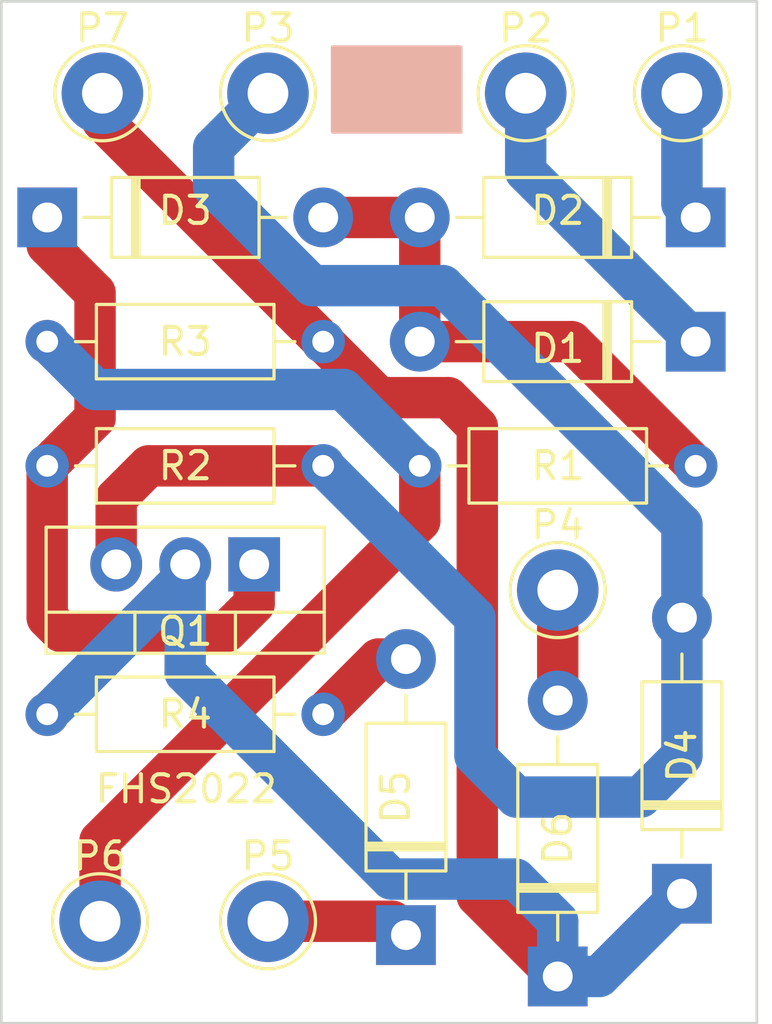
<source format=kicad_pcb>
(kicad_pcb (version 20211014) (generator pcbnew)
  (layers (0 "F.Cu" signal) (31 "B.Cu" signal) (34 "B.Paste" user) (35 "F.Paste" user) (36 "B.SilkS" user "B.Silkscreen") (37 "F.SilkS" user "F.Silkscreen") (38 "B.Mask" user) (39 "F.Mask" user) (44 "Edge.Cuts" user))
  (net 0 "")
  (net 1 "Net-(D1-Pad1)")
  (net 2 "Net-(D1-Pad2)")
  (net 3 "Net-(D2-Pad1)")
  (net 4 "Net-(D3-Pad1)")
  (net 5 "Net-(D4-Pad2)")
  (net 6 "Net-(D5-Pad1)")
  (net 7 "Net-(D5-Pad2)")
  (net 8 "Net-(D6-Pad2)")
  (net 9 "Net-(P6-Pad1)")
  (net 10 "Net-(D4-Pad1)")
  (footprint "Resistor_THT:R_Axial_DIN0207_L6.3mm_D2.5mm_P10.16mm_Horizontal" (layer "F.Cu") (at 101.6 70.104)
    (fp_text reference "R1" (at 5.08 0) (layer "F.SilkS"))
    (fp_text value "1K")
    (fp_line (start 8.35 1.37) (end 8.35 -1.37) (layer "F.SilkS") (width 0.12))
    (fp_line (start 8.35 -1.37) (end 1.81 -1.37) (layer "F.SilkS") (width 0.12))
    (fp_line (start 9.12 0) (end 8.35 0) (layer "F.SilkS") (width 0.12))
    (fp_line (start 1.81 -1.37) (end 1.81 1.37) (layer "F.SilkS") (width 0.12))
    (fp_line (start 1.04 0) (end 1.81 0) (layer "F.SilkS") (width 0.12))
    (fp_line (start 1.81 1.37) (end 8.35 1.37) (layer "F.SilkS") (width 0.12))
    (pad "1" thru_hole circle (at 0 0) (size 1.6 1.6) (drill 0.8) (layers *.Cu *.Mask) (net 9 "Net-(P6-Pad1)"))
    (pad "2" thru_hole oval (at 10.16 0) (size 1.6 1.6) (drill 0.8) (layers *.Cu *.Mask) (net 2 "Net-(D1-Pad2)"))
  )
  (footprint "Package_TO_SOT_THT:TO-220-3_Vertical" (layer "F.Cu") (at 95.504 73.731 180)
    (fp_text reference "Q1" (at 2.54 -2.469) (layer "F.SilkS"))
    (fp_text value "IRF540N")
    (fp_line (start -2.58 -3.27) (end 7.66 -3.27) (layer "F.SilkS") (width 0.12))
    (fp_line (start 4.391 -3.27) (end 4.391 -1.76) (layer "F.SilkS") (width 0.12))
    (fp_line (start 7.66 -3.27) (end 7.66 1.371) (layer "F.SilkS") (width 0.12))
    (fp_line (start -2.58 -1.76) (end 7.66 -1.76) (layer "F.SilkS") (width 0.12))
    (fp_line (start -2.58 1.371) (end 7.66 1.371) (layer "F.SilkS") (width 0.12))
    (fp_line (start 0.69 -3.27) (end 0.69 -1.76) (layer "F.SilkS") (width 0.12))
    (fp_line (start -2.58 -3.27) (end -2.58 1.371) (layer "F.SilkS") (width 0.12))
    (pad "1" thru_hole rect (at 0 0 180) (size 1.905 2) (drill 1.1) (layers *.Cu *.Mask) (net 4 "Net-(D3-Pad1)"))
    (pad "2" thru_hole oval (at 2.54 0 180) (size 1.905 2) (drill 1.1) (layers *.Cu *.Mask) (net 10 "Net-(D4-Pad1)"))
    (pad "3" thru_hole oval (at 5.08 0 180) (size 1.905 2) (drill 1.1) (layers *.Cu *.Mask) (net 5 "Net-(D4-Pad2)"))
  )
  (footprint "Diode_THT:D_DO-41_SOD81_P10.16mm_Horizontal" (layer "F.Cu") (at 111.76 60.96 180)
    (fp_text reference "D2" (at 5.08 0.254) (layer "F.SilkS"))
    (fp_text value "1N4002")
    (fp_line (start 3.38 -1.47) (end 3.38 1.47) (layer "F.SilkS") (width 0.12))
    (fp_line (start 3.26 -1.47) (end 3.26 1.47) (layer "F.SilkS") (width 0.12))
    (fp_line (start 1.34 0) (end 2.36 0) (layer "F.SilkS") (width 0.12))
    (fp_line (start 7.8 1.47) (end 7.8 -1.47) (layer "F.SilkS") (width 0.12))
    (fp_line (start 2.36 -1.47) (end 2.36 1.47) (layer "F.SilkS") (width 0.12))
    (fp_line (start 7.8 -1.47) (end 2.36 -1.47) (layer "F.SilkS") (width 0.12))
    (fp_line (start 8.82 0) (end 7.8 0) (layer "F.SilkS") (width 0.12))
    (fp_line (start 2.36 1.47) (end 7.8 1.47) (layer "F.SilkS") (width 0.12))
    (fp_line (start 3.14 -1.47) (end 3.14 1.47) (layer "F.SilkS") (width 0.12))
    (pad "1" thru_hole rect (at 0 0 180) (size 2.2 2.2) (drill 1.1) (layers *.Cu *.Mask) (net 3 "Net-(D2-Pad1)"))
    (pad "2" thru_hole oval (at 10.16 0 180) (size 2.2 2.2) (drill 1.1) (layers *.Cu *.Mask) (net 2 "Net-(D1-Pad2)"))
  )
  (footprint "TestPoint:TestPoint_THTPad_D3.0mm_Drill1.5mm" (layer "F.Cu") (at 89.916 56.388)
    (fp_text reference "P7" (at 0 -2.398) (layer "F.SilkS"))
    (fp_text value "Starter")
    (fp_circle (center 0 0) (end 0 1.75) (layer "F.SilkS") (width 0.12) (fill none))
    (pad "1" thru_hole circle (at 0 0) (size 3 3) (drill 1.5) (layers *.Cu *.Mask) (net 10 "Net-(D4-Pad1)"))
  )
  (footprint "Resistor_THT:R_Axial_DIN0207_L6.3mm_D2.5mm_P10.16mm_Horizontal" (layer "F.Cu") (at 98.044 79.248 180)
    (fp_text reference "R4" (at 5.08 0 180) (layer "F.SilkS"))
    (fp_text value "250")
    (fp_line (start 1.81 -1.37) (end 1.81 1.37) (layer "F.SilkS") (width 0.12))
    (fp_line (start 9.12 0) (end 8.35 0) (layer "F.SilkS") (width 0.12))
    (fp_line (start 1.81 1.37) (end 8.35 1.37) (layer "F.SilkS") (width 0.12))
    (fp_line (start 1.04 0) (end 1.81 0) (layer "F.SilkS") (width 0.12))
    (fp_line (start 8.35 -1.37) (end 1.81 -1.37) (layer "F.SilkS") (width 0.12))
    (fp_line (start 8.35 1.37) (end 8.35 -1.37) (layer "F.SilkS") (width 0.12))
    (pad "1" thru_hole circle (at 0 0 180) (size 1.6 1.6) (drill 0.8) (layers *.Cu *.Mask) (net 7 "Net-(D5-Pad2)"))
    (pad "2" thru_hole oval (at 10.16 0 180) (size 1.6 1.6) (drill 0.8) (layers *.Cu *.Mask) (net 10 "Net-(D4-Pad1)"))
  )
  (footprint "Resistor_THT:R_Axial_DIN0207_L6.3mm_D2.5mm_P10.16mm_Horizontal" (layer "F.Cu") (at 98.044 65.532 180)
    (fp_text reference "R3" (at 5.08 0) (layer "F.SilkS"))
    (fp_text value "300")
    (fp_line (start 8.35 -1.37) (end 1.81 -1.37) (layer "F.SilkS") (width 0.12))
    (fp_line (start 8.35 1.37) (end 8.35 -1.37) (layer "F.SilkS") (width 0.12))
    (fp_line (start 1.81 -1.37) (end 1.81 1.37) (layer "F.SilkS") (width 0.12))
    (fp_line (start 1.04 0) (end 1.81 0) (layer "F.SilkS") (width 0.12))
    (fp_line (start 1.81 1.37) (end 8.35 1.37) (layer "F.SilkS") (width 0.12))
    (fp_line (start 9.12 0) (end 8.35 0) (layer "F.SilkS") (width 0.12))
    (pad "1" thru_hole circle (at 0 0 180) (size 1.6 1.6) (drill 0.8) (layers *.Cu *.Mask) (net 10 "Net-(D4-Pad1)"))
    (pad "2" thru_hole oval (at 10.16 0 180) (size 1.6 1.6) (drill 0.8) (layers *.Cu *.Mask) (net 9 "Net-(P6-Pad1)"))
  )
  (footprint "TestPoint:TestPoint_THTPad_D3.0mm_Drill1.5mm" (layer "F.Cu") (at 96.012 86.868)
    (fp_text reference "P5" (at 0 -2.398) (layer "F.SilkS"))
    (fp_text value "Green/Black")
    (fp_circle (center 0 0) (end 0 1.75) (layer "F.SilkS") (width 0.12) (fill none))
    (pad "1" thru_hole circle (at 0 0) (size 3 3) (drill 1.5) (layers *.Cu *.Mask) (net 6 "Net-(D5-Pad1)"))
  )
  (footprint "TestPoint:TestPoint_THTPad_D3.0mm_Drill1.5mm" (layer "F.Cu") (at 111.252 56.388)
    (fp_text reference "P1" (at 0 -2.398) (layer "F.SilkS"))
    (fp_text value "1")
    (fp_circle (center 0 0) (end 0 1.75) (layer "F.SilkS") (width 0.12) (fill none))
    (pad "1" thru_hole circle (at 0 0) (size 3 3) (drill 1.5) (layers *.Cu *.Mask) (net 3 "Net-(D2-Pad1)"))
  )
  (footprint "Diode_THT:D_DO-41_SOD81_P10.16mm_Horizontal" (layer "F.Cu") (at 87.884 60.96)
    (fp_text reference "D3" (at 5.08 -0.254) (layer "F.SilkS"))
    (fp_text value "1N4002")
    (fp_line (start 2.36 1.47) (end 7.8 1.47) (layer "F.SilkS") (width 0.12))
    (fp_line (start 7.8 -1.47) (end 2.36 -1.47) (layer "F.SilkS") (width 0.12))
    (fp_line (start 1.34 0) (end 2.36 0) (layer "F.SilkS") (width 0.12))
    (fp_line (start 3.14 -1.47) (end 3.14 1.47) (layer "F.SilkS") (width 0.12))
    (fp_line (start 3.38 -1.47) (end 3.38 1.47) (layer "F.SilkS") (width 0.12))
    (fp_line (start 3.26 -1.47) (end 3.26 1.47) (layer "F.SilkS") (width 0.12))
    (fp_line (start 2.36 -1.47) (end 2.36 1.47) (layer "F.SilkS") (width 0.12))
    (fp_line (start 7.8 1.47) (end 7.8 -1.47) (layer "F.SilkS") (width 0.12))
    (fp_line (start 8.82 0) (end 7.8 0) (layer "F.SilkS") (width 0.12))
    (pad "1" thru_hole rect (at 0 0) (size 2.2 2.2) (drill 1.1) (layers *.Cu *.Mask) (net 4 "Net-(D3-Pad1)"))
    (pad "2" thru_hole oval (at 10.16 0) (size 2.2 2.2) (drill 1.1) (layers *.Cu *.Mask) (net 2 "Net-(D1-Pad2)"))
  )
  (footprint "Resistor_THT:R_Axial_DIN0207_L6.3mm_D2.5mm_P10.16mm_Horizontal" (layer "F.Cu") (at 98.044 70.104 180)
    (fp_text reference "R2" (at 5.08 0 180) (layer "F.SilkS"))
    (fp_text value "10K")
    (fp_line (start 1.81 -1.37) (end 1.81 1.37) (layer "F.SilkS") (width 0.12))
    (fp_line (start 8.35 -1.37) (end 1.81 -1.37) (layer "F.SilkS") (width 0.12))
    (fp_line (start 9.12 0) (end 8.35 0) (layer "F.SilkS") (width 0.12))
    (fp_line (start 1.81 1.37) (end 8.35 1.37) (layer "F.SilkS") (width 0.12))
    (fp_line (start 8.35 1.37) (end 8.35 -1.37) (layer "F.SilkS") (width 0.12))
    (fp_line (start 1.04 0) (end 1.81 0) (layer "F.SilkS") (width 0.12))
    (pad "1" thru_hole circle (at 0 0 180) (size 1.6 1.6) (drill 0.8) (layers *.Cu *.Mask) (net 5 "Net-(D4-Pad2)"))
    (pad "2" thru_hole oval (at 10.16 0 180) (size 1.6 1.6) (drill 0.8) (layers *.Cu *.Mask) (net 4 "Net-(D3-Pad1)"))
  )
  (footprint "Diode_THT:D_DO-41_SOD81_P10.16mm_Horizontal" (layer "F.Cu") (at 101.092 87.376 90)
    (fp_text reference "D5" (at 5.08 -0.381 90) (layer "F.SilkS"))
    (fp_text value "1N4002")
    (fp_line (start 2.36 1.47) (end 7.8 1.47) (layer "F.SilkS") (width 0.12))
    (fp_line (start 8.82 0) (end 7.8 0) (layer "F.SilkS") (width 0.12))
    (fp_line (start 3.38 -1.47) (end 3.38 1.47) (layer "F.SilkS") (width 0.12))
    (fp_line (start 7.8 -1.47) (end 2.36 -1.47) (layer "F.SilkS") (width 0.12))
    (fp_line (start 3.26 -1.47) (end 3.26 1.47) (layer "F.SilkS") (width 0.12))
    (fp_line (start 7.8 1.47) (end 7.8 -1.47) (layer "F.SilkS") (width 0.12))
    (fp_line (start 1.34 0) (end 2.36 0) (layer "F.SilkS") (width 0.12))
    (fp_line (start 3.14 -1.47) (end 3.14 1.47) (layer "F.SilkS") (width 0.12))
    (fp_line (start 2.36 -1.47) (end 2.36 1.47) (layer "F.SilkS") (width 0.12))
    (pad "1" thru_hole rect (at 0 0 90) (size 2.2 2.2) (drill 1.1) (layers *.Cu *.Mask) (net 6 "Net-(D5-Pad1)"))
    (pad "2" thru_hole oval (at 10.16 0 90) (size 2.2 2.2) (drill 1.1) (layers *.Cu *.Mask) (net 7 "Net-(D5-Pad2)"))
  )
  (footprint "TestPoint:TestPoint_THTPad_D3.0mm_Drill1.5mm" (layer "F.Cu") (at 96.012 56.388)
    (fp_text reference "P3" (at 0 -2.398) (layer "F.SilkS"))
    (fp_text value "Green")
    (fp_circle (center 0 0) (end 0 1.75) (layer "F.SilkS") (width 0.12) (fill none))
    (pad "1" thru_hole circle (at 0 0) (size 3 3) (drill 1.5) (layers *.Cu *.Mask) (net 5 "Net-(D4-Pad2)"))
  )
  (footprint "Diode_THT:D_DO-41_SOD81_P10.16mm_Horizontal" (layer "F.Cu") (at 111.252 85.852 90)
    (fp_text reference "D4" (at 5.08 0 90) (layer "F.SilkS"))
    (fp_text value "1N4002")
    (fp_line (start 8.82 0) (end 7.8 0) (layer "F.SilkS") (width 0.12))
    (fp_line (start 1.34 0) (end 2.36 0) (layer "F.SilkS") (width 0.12))
    (fp_line (start 3.26 -1.47) (end 3.26 1.47) (layer "F.SilkS") (width 0.12))
    (fp_line (start 7.8 -1.47) (end 2.36 -1.47) (layer "F.SilkS") (width 0.12))
    (fp_line (start 3.14 -1.47) (end 3.14 1.47) (layer "F.SilkS") (width 0.12))
    (fp_line (start 7.8 1.47) (end 7.8 -1.47) (layer "F.SilkS") (width 0.12))
    (fp_line (start 3.38 -1.47) (end 3.38 1.47) (layer "F.SilkS") (width 0.12))
    (fp_line (start 2.36 -1.47) (end 2.36 1.47) (layer "F.SilkS") (width 0.12))
    (fp_line (start 2.36 1.47) (end 7.8 1.47) (layer "F.SilkS") (width 0.12))
    (pad "1" thru_hole rect (at 0 0 90) (size 2.2 2.2) (drill 1.1) (layers *.Cu *.Mask) (net 10 "Net-(D4-Pad1)"))
    (pad "2" thru_hole oval (at 10.16 0 90) (size 2.2 2.2) (drill 1.1) (layers *.Cu *.Mask) (net 5 "Net-(D4-Pad2)"))
  )
  (footprint "TestPoint:TestPoint_THTPad_D3.0mm_Drill1.5mm" (layer "F.Cu") (at 106.68 74.676)
    (fp_text reference "P4" (at 0 -2.398) (layer "F.SilkS"))
    (fp_text value "Light Blue")
    (fp_circle (center 0 0) (end 0 1.75) (layer "F.SilkS") (width 0.12) (fill none))
    (pad "1" thru_hole circle (at 0 0) (size 3 3) (drill 1.5) (layers *.Cu *.Mask) (net 8 "Net-(D6-Pad2)"))
  )
  (footprint "Diode_THT:D_DO-41_SOD81_P10.16mm_Horizontal" (layer "F.Cu") (at 111.76 65.532 180)
    (fp_text reference "D1" (at 5.08 -0.254) (layer "F.SilkS"))
    (fp_text value "1N4002")
    (fp_line (start 3.38 -1.47) (end 3.38 1.47) (layer "F.SilkS") (width 0.12))
    (fp_line (start 2.36 -1.47) (end 2.36 1.47) (layer "F.SilkS") (width 0.12))
    (fp_line (start 8.82 0) (end 7.8 0) (layer "F.SilkS") (width 0.12))
    (fp_line (start 1.34 0) (end 2.36 0) (layer "F.SilkS") (width 0.12))
    (fp_line (start 3.26 -1.47) (end 3.26 1.47) (layer "F.SilkS") (width 0.12))
    (fp_line (start 3.14 -1.47) (end 3.14 1.47) (layer "F.SilkS") (width 0.12))
    (fp_line (start 2.36 1.47) (end 7.8 1.47) (layer "F.SilkS") (width 0.12))
    (fp_line (start 7.8 -1.47) (end 2.36 -1.47) (layer "F.SilkS") (width 0.12))
    (fp_line (start 7.8 1.47) (end 7.8 -1.47) (layer "F.SilkS") (width 0.12))
    (pad "1" thru_hole rect (at 0 0 180) (size 2.2 2.2) (drill 1.1) (layers *.Cu *.Mask) (net 1 "Net-(D1-Pad1)"))
    (pad "2" thru_hole oval (at 10.16 0 180) (size 2.2 2.2) (drill 1.1) (layers *.Cu *.Mask) (net 2 "Net-(D1-Pad2)"))
  )
  (footprint "TestPoint:TestPoint_THTPad_D3.0mm_Drill1.5mm" (layer "F.Cu") (at 89.83 86.868)
    (fp_text reference "P6" (at 0 -2.398) (layer "F.SilkS"))
    (fp_text value "12V")
    (fp_circle (center 0 0) (end 0 1.75) (layer "F.SilkS") (width 0.12) (fill none))
    (pad "1" thru_hole circle (at 0 0) (size 3 3) (drill 1.5) (layers *.Cu *.Mask) (net 9 "Net-(P6-Pad1)"))
  )
  (footprint "Diode_THT:D_DO-41_SOD81_P10.16mm_Horizontal" (layer "F.Cu") (at 106.68 88.9 90)
    (fp_text reference "D6" (at 5.08 0 90) (layer "F.SilkS"))
    (fp_text value "1N4002")
    (fp_line (start 3.26 -1.47) (end 3.26 1.47) (layer "F.SilkS") (width 0.12))
    (fp_line (start 7.8 -1.47) (end 2.36 -1.47) (layer "F.SilkS") (width 0.12))
    (fp_line (start 2.36 -1.47) (end 2.36 1.47) (layer "F.SilkS") (width 0.12))
    (fp_line (start 3.14 -1.47) (end 3.14 1.47) (layer "F.SilkS") (width 0.12))
    (fp_line (start 1.34 0) (end 2.36 0) (layer "F.SilkS") (width 0.12))
    (fp_line (start 3.38 -1.47) (end 3.38 1.47) (layer "F.SilkS") (width 0.12))
    (fp_line (start 7.8 1.47) (end 7.8 -1.47) (layer "F.SilkS") (width 0.12))
    (fp_line (start 8.82 0) (end 7.8 0) (layer "F.SilkS") (width 0.12))
    (fp_line (start 2.36 1.47) (end 7.8 1.47) (layer "F.SilkS") (width 0.12))
    (pad "1" thru_hole rect (at 0 0 90) (size 2.2 2.2) (drill 1.1) (layers *.Cu *.Mask) (net 10 "Net-(D4-Pad1)"))
    (pad "2" thru_hole oval (at 10.16 0 90) (size 2.2 2.2) (drill 1.1) (layers *.Cu *.Mask) (net 8 "Net-(D6-Pad2)"))
  )
  (footprint "TestPoint:TestPoint_THTPad_D3.0mm_Drill1.5mm" (layer "F.Cu") (at 105.5 56.388)
    (fp_text reference "P2" (at 0 -2.398) (layer "F.SilkS"))
    (fp_text value "2")
    (fp_circle (center 0 0) (end 0 1.75) (layer "F.SilkS") (width 0.12) (fill none))
    (pad "1" thru_hole circle (at 0 0) (size 3 3) (drill 1.5) (layers *.Cu *.Mask) (net 1 "Net-(D1-Pad1)"))
  )
  (gr_poly (pts (xy 103.1 57.8) (xy 98.4 57.8) (xy 98.4 54.7) (xy 103.1 54.7)) (layer "B.SilkS") (width 0.15) (fill solid))
  (gr_poly (pts (xy 114.01 90.62) (xy 86.196 90.62) (xy 86.196 53.006) (xy 114.01 53.006)) (layer "Edge.Cuts") (width 0.1) (fill none))
  (gr_text "FHS2022" (at 93 82) (layer "F.SilkS") (effects (font (size 1 1))))
  (segment (start 105.5 59.272) (end 105.5 56.388) (width 1.524) (layer "B.Cu") (net 1))
  (segment (start 111.76 65.532) (end 105.5 59.272) (width 1.524) (layer "B.Cu") (net 1))
  (segment (start 107.188 65.532) (end 111.76 70.104) (width 1.524) (layer "F.Cu") (net 2))
  (segment (start 101.6 65.532) (end 107.188 65.532) (width 1.524) (layer "F.Cu") (net 2))
  (segment (start 101.6 65.532) (end 101.6 60.96) (width 1.524) (layer "F.Cu") (net 2))
  (segment (start 101.6 60.96) (end 98.044 60.96) (width 1.524) (layer "F.Cu") (net 2))
  (segment (start 111.252 60.452) (end 111.76 60.96) (width 1.524) (layer "B.Cu") (net 3))
  (segment (start 111.252 56.388) (end 111.252 60.452) (width 1.524) (layer "B.Cu") (net 3))
  (segment (start 87.884 60.96) (end 87.884 61.976) (width 1.524) (layer "F.Cu") (net 4))
  (segment (start 88.392 76.2) (end 94.488 76.2) (width 1.524) (layer "F.Cu") (net 4))
  (segment (start 87.884 75.692) (end 88.392 76.2) (width 1.524) (layer "F.Cu") (net 4))
  (segment (start 89.645511 63.737511) (end 89.645511 68.342489) (width 1.524) (layer "F.Cu") (net 4))
  (segment (start 95.504 75.184) (end 95.504 73.731) (width 1.524) (layer "F.Cu") (net 4))
  (segment (start 89.645511 68.342489) (end 87.884 70.104) (width 1.524) (layer "F.Cu") (net 4))
  (segment (start 87.884 61.976) (end 89.645511 63.737511) (width 1.524) (layer "F.Cu") (net 4))
  (segment (start 87.884 70.104) (end 87.884 75.692) (width 1.524) (layer "F.Cu") (net 4))
  (segment (start 94.488 76.2) (end 95.504 75.184) (width 1.524) (layer "F.Cu") (net 4))
  (segment (start 90.424 71.302) (end 91.622 70.104) (width 1.524) (layer "F.Cu") (net 5))
  (segment (start 90.424 73.731) (end 90.424 71.302) (width 1.524) (layer "F.Cu") (net 5))
  (segment (start 91.622 70.104) (end 98.044 70.104) (width 1.524) (layer "F.Cu") (net 5))
  (segment (start 111.252 72.268582) (end 111.252 75.692) (width 1.524) (layer "B.Cu") (net 5))
  (segment (start 103.632 80.772) (end 103.632 75.692) (width 1.524) (layer "B.Cu") (net 5))
  (segment (start 103.632 75.692) (end 98.044 70.104) (width 1.524) (layer "B.Cu") (net 5))
  (segment (start 94.012 58.388) (end 94.012 59.843418) (width 1.524) (layer "B.Cu") (net 5))
  (segment (start 111.252 75.692) (end 111.252 80.772) (width 1.524) (layer "B.Cu") (net 5))
  (segment (start 96.012 56.388) (end 94.012 58.388) (width 1.524) (layer "B.Cu") (net 5))
  (segment (start 97.639071 63.470489) (end 102.453907 63.470489) (width 1.524) (layer "B.Cu") (net 5))
  (segment (start 102.453907 63.470489) (end 111.252 72.268582) (width 1.524) (layer "B.Cu") (net 5))
  (segment (start 105.156 82.296) (end 103.632 80.772) (width 1.524) (layer "B.Cu") (net 5))
  (segment (start 109.728 82.296) (end 105.156 82.296) (width 1.524) (layer "B.Cu") (net 5))
  (segment (start 111.252 80.772) (end 109.728 82.296) (width 1.524) (layer "B.Cu") (net 5))
  (segment (start 94.012 59.843418) (end 97.639071 63.470489) (width 1.524) (layer "B.Cu") (net 5))
  (segment (start 100.584 86.868) (end 101.092 87.376) (width 1.524) (layer "F.Cu") (net 6))
  (segment (start 96.012 86.868) (end 100.584 86.868) (width 1.524) (layer "F.Cu") (net 6))
  (segment (start 101.092 77.216) (end 100.076 77.216) (width 1.524) (layer "F.Cu") (net 7))
  (segment (start 100.076 77.216) (end 98.044 79.248) (width 1.524) (layer "F.Cu") (net 7))
  (segment (start 106.68 74.676) (end 106.68 78.74) (width 1.524) (layer "F.Cu") (net 8))
  (segment (start 89.83 86.868) (end 89.83 83.906) (width 1.524) (layer "F.Cu") (net 9))
  (segment (start 89.83 83.906) (end 101.6 72.136) (width 1.524) (layer "F.Cu") (net 9))
  (segment (start 101.6 72.136) (end 101.6 70.104) (width 1.524) (layer "F.Cu") (net 9))
  (segment (start 87.884 65.532) (end 89.645511 67.293511) (width 1.524) (layer "B.Cu") (net 9))
  (segment (start 98.789511 67.293511) (end 101.6 70.104) (width 1.524) (layer "B.Cu") (net 9))
  (segment (start 89.645511 67.293511) (end 98.789511 67.293511) (width 1.524) (layer "B.Cu") (net 9))
  (segment (start 102.645511 67.593511) (end 103.718489 68.666489) (width 1.524) (layer "F.Cu") (net 10))
  (segment (start 98.044 65.532) (end 100.105511 67.593511) (width 1.524) (layer "F.Cu") (net 10))
  (segment (start 100.105511 67.593511) (end 102.645511 67.593511) (width 1.524) (layer "F.Cu") (net 10))
  (segment (start 103.718489 68.666489) (end 103.718489 85.938489) (width 1.524) (layer "F.Cu") (net 10))
  (segment (start 89.916 57.404) (end 98.044 65.532) (width 1.524) (layer "F.Cu") (net 10))
  (segment (start 103.718489 85.938489) (end 106.68 88.9) (width 1.524) (layer "F.Cu") (net 10))
  (segment (start 92.964 74.168) (end 92.964 73.731) (width 1.524) (layer "B.Cu") (net 10))
  (segment (start 92.964 77.724) (end 100.554489 85.314489) (width 1.524) (layer "B.Cu") (net 10))
  (segment (start 92.964 73.731) (end 92.964 77.724) (width 1.524) (layer "B.Cu") (net 10))
  (segment (start 106.68 88.9) (end 108.204 88.9) (width 1.524) (layer "B.Cu") (net 10))
  (segment (start 106.68 86.868) (end 106.68 88.9) (width 1.524) (layer "B.Cu") (net 10))
  (segment (start 108.204 88.9) (end 111.252 85.852) (width 1.524) (layer "B.Cu") (net 10))
  (segment (start 105.126489 85.314489) (end 106.68 86.868) (width 1.524) (layer "B.Cu") (net 10))
  (segment (start 87.884 79.248) (end 92.964 74.168) (width 1.524) (layer "B.Cu") (net 10))
  (segment (start 100.554489 85.314489) (end 105.126489 85.314489) (width 1.524) (layer "B.Cu") (net 10))
)
</source>
